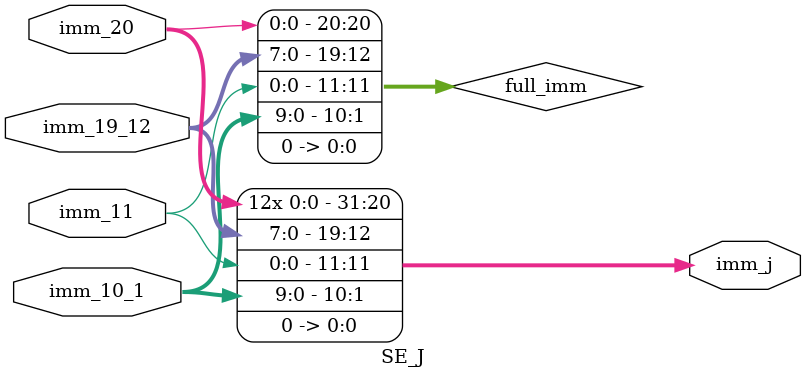
<source format=v>
module SE_J #(parameter OUT_WIDTH = 32)
(input imm_20, 
input [9:0] imm_10_1,
input imm_11,
input [7:0] imm_19_12,
output [OUT_WIDTH-1:0] imm_j);
    wire  [20:0] full_imm;
    assign full_imm = {imm_20, imm_19_12, imm_11, imm_10_1, 1'b0};
    assign imm_j = {{(OUT_WIDTH-21){full_imm[20]}},full_imm};
endmodule
</source>
